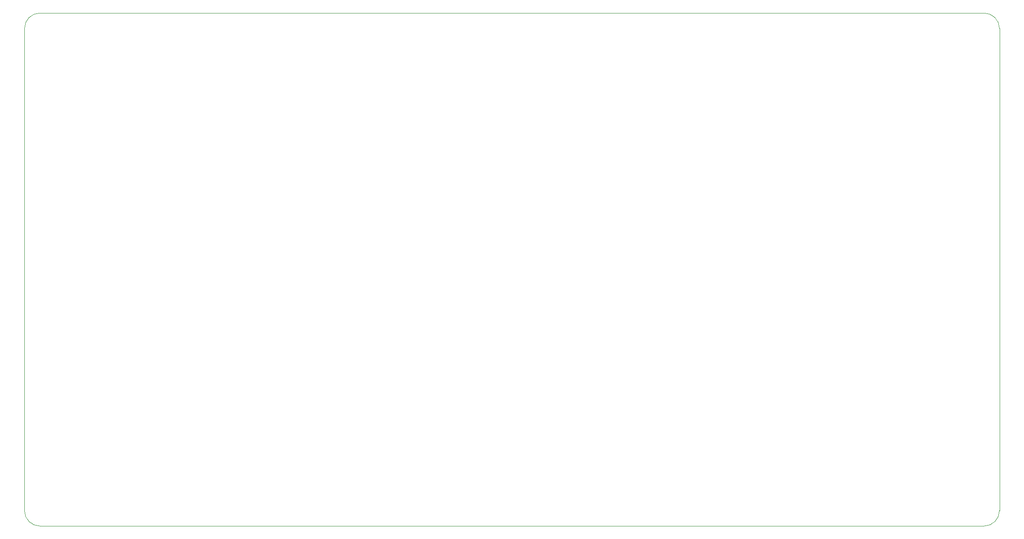
<source format=gm1>
G04 #@! TF.GenerationSoftware,KiCad,Pcbnew,8.0.5*
G04 #@! TF.CreationDate,2024-09-22T17:43:37+03:00*
G04 #@! TF.ProjectId,rioctrl-controller,72696f63-7472-46c2-9d63-6f6e74726f6c,rev?*
G04 #@! TF.SameCoordinates,Original*
G04 #@! TF.FileFunction,Profile,NP*
%FSLAX46Y46*%
G04 Gerber Fmt 4.6, Leading zero omitted, Abs format (unit mm)*
G04 Created by KiCad (PCBNEW 8.0.5) date 2024-09-22 17:43:37*
%MOMM*%
%LPD*%
G01*
G04 APERTURE LIST*
G04 #@! TA.AperFunction,Profile*
%ADD10C,0.050000*%
G04 #@! TD*
G04 APERTURE END LIST*
D10*
X245000000Y-39000000D02*
G75*
G02*
X248000000Y-42000000I0J-3000000D01*
G01*
X61000000Y-139000000D02*
X245000000Y-139000000D01*
X248000000Y-136000000D02*
G75*
G02*
X245000000Y-139000000I-3000000J0D01*
G01*
X58000000Y-42000000D02*
G75*
G02*
X61000000Y-39000000I3000000J0D01*
G01*
X245000000Y-39000000D02*
X61000000Y-39000000D01*
X248000000Y-42000000D02*
X248000000Y-136000000D01*
X61000000Y-139000000D02*
G75*
G02*
X58000000Y-136000000I0J3000000D01*
G01*
X58000000Y-136000000D02*
X58000000Y-42000000D01*
M02*

</source>
